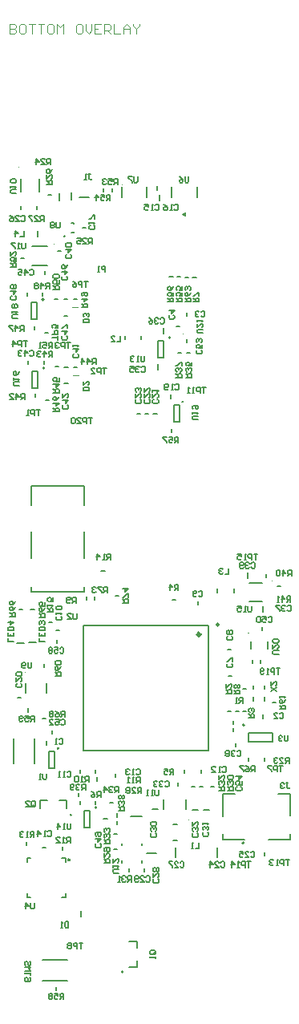
<source format=gbo>
G04*
G04 #@! TF.GenerationSoftware,Altium Limited,Altium Designer,21.3.1 (25)*
G04*
G04 Layer_Color=32896*
%FSLAX25Y25*%
%MOIN*%
G70*
G04*
G04 #@! TF.SameCoordinates,17E3FC6B-7FA6-4A94-9312-BAE076C6F9B9*
G04*
G04*
G04 #@! TF.FilePolarity,Positive*
G04*
G01*
G75*
%ADD10C,0.00591*%
%ADD11C,0.00394*%
%ADD12C,0.00787*%
%ADD39C,0.00984*%
%ADD40C,0.01181*%
G36*
X538953Y711472D02*
Y710116D01*
X537428Y710794D01*
X538953Y711472D01*
D02*
G37*
D10*
X565366Y536741D02*
G03*
X565366Y536741I-197J0D01*
G01*
X480110Y675396D02*
G03*
X480110Y675396I-394J0D01*
G01*
X488902Y701723D02*
G03*
X488902Y701723I-264J0D01*
G01*
X563480Y498431D02*
G03*
X563480Y498431I-394J0D01*
G01*
X563263Y449564D02*
G03*
X563263Y449564I-358J0D01*
G01*
X491630Y461128D02*
G03*
X491630Y461128I-295J0D01*
G01*
X532772Y659553D02*
G03*
X532772Y659553I-394J0D01*
G01*
X502063Y464278D02*
G03*
X502063Y464278I-394J0D01*
G01*
X480409Y646955D02*
G03*
X480409Y646955I-394J0D01*
G01*
X513075Y395894D02*
G03*
X513075Y395894I-295J0D01*
G01*
X468736Y532705D02*
X471736D01*
X473854Y532804D02*
X476854D01*
X535319Y664201D02*
X536697D01*
X539551Y668631D02*
Y670009D01*
Y657607D02*
Y658985D01*
X549492Y472863D02*
X550870D01*
X538862Y684674D02*
X540240D01*
X542012D02*
X543390D01*
X567012Y524143D02*
Y525520D01*
X573169Y530241D02*
Y533237D01*
X566169Y530241D02*
Y533237D01*
X570358Y524143D02*
Y525520D01*
X571047Y538020D02*
Y539398D01*
X562878Y504359D02*
X564256D01*
X562878Y513414D02*
X564256D01*
X556579Y504359D02*
X557957D01*
X496823Y567853D02*
Y578876D01*
X474823Y567853D02*
Y578876D01*
X496846Y589876D02*
Y597876D01*
X474799D02*
X496846D01*
X474799Y589876D02*
Y597876D01*
X479630Y553876D02*
X485823D01*
X496823D01*
Y555876D01*
X474823Y553876D02*
Y555876D01*
Y553876D02*
X477073D01*
X479630D01*
X512484Y448414D02*
Y449339D01*
Y441268D02*
Y442194D01*
X520949Y448414D02*
Y449339D01*
Y441268D02*
Y442194D01*
X475370Y697719D02*
X481669D01*
X475370Y689648D02*
X481669D01*
X539366Y463687D02*
Y467624D01*
X529917Y463687D02*
Y467624D01*
X474894Y674172D02*
X477256D01*
X474894Y667172D02*
X477256D01*
Y674172D01*
X474894Y667172D02*
Y674172D01*
X496421Y488018D02*
X548390D01*
X496421Y539987D02*
X548390D01*
X496421Y488018D02*
Y539987D01*
X548390Y488018D02*
Y539987D01*
X491630Y703156D02*
X492417D01*
Y703648D01*
X491630Y707290D02*
X492417D01*
Y706798D02*
Y707290D01*
X565075Y491443D02*
Y495380D01*
X575075Y491443D02*
Y495380D01*
X565075D02*
X575075D01*
X565075Y491443D02*
X575075D01*
X575083Y507981D02*
X576461D01*
X495457Y418926D02*
Y421288D01*
X467504Y482705D02*
Y492942D01*
X476165Y482705D02*
Y492942D01*
X534105Y624484D02*
Y631484D01*
X536468Y624484D02*
Y631484D01*
X534105Y624484D02*
X536468D01*
X534105Y631484D02*
X536468D01*
X512398Y717782D02*
Y722113D01*
X523028Y717782D02*
Y722113D01*
X472622Y511839D02*
Y515776D01*
X481284Y511839D02*
Y515776D01*
X567110Y513414D02*
Y514989D01*
X571835Y508690D02*
Y510264D01*
X567110Y508690D02*
Y510264D01*
X571835Y513414D02*
Y514989D01*
X478343Y720183D02*
Y725695D01*
X470469Y720183D02*
Y725695D01*
X565656Y557520D02*
X570774D01*
X565656Y550040D02*
X570774D01*
X559113Y553725D02*
Y555300D01*
X552341Y553725D02*
Y555300D01*
X477520Y701502D02*
Y703864D01*
X494846Y717821D02*
X498846D01*
X552118Y443698D02*
Y447698D01*
X564951Y559686D02*
Y562048D01*
X469177Y509871D02*
X470555D01*
X582406Y451064D02*
Y453371D01*
X573406Y451064D02*
X582406D01*
Y460851D02*
Y470064D01*
X577406D02*
X582406D01*
X554406Y460556D02*
Y470064D01*
X559406D01*
X554406Y451064D02*
Y453371D01*
Y451064D02*
X563406D01*
X473099Y443089D02*
X474673D01*
X473099Y441514D02*
Y443089D01*
X473099Y426947D02*
Y428522D01*
Y426947D02*
X474673D01*
X487665D02*
X489240D01*
Y428522D01*
X489240Y441514D02*
Y443089D01*
X487665D02*
X489240D01*
X481099Y490361D02*
Y491739D01*
X571256Y501384D02*
Y502762D01*
X558843Y498946D02*
Y500324D01*
Y495796D02*
Y497174D01*
X556787Y519002D02*
X558165D01*
X556394Y530026D02*
X557772D01*
X544276Y548552D02*
Y549930D01*
X485319Y537824D02*
X486697D01*
X495063Y478473D02*
Y479851D01*
X545665Y478549D02*
Y479927D01*
X479413Y447666D02*
X480791D01*
X527162Y721069D02*
Y722447D01*
X528343Y716640D02*
Y719002D01*
X525685Y628057D02*
X527063D01*
X522142D02*
X523520D01*
X518992D02*
X520370D01*
X571835Y444221D02*
Y445599D01*
X470469Y712802D02*
Y714180D01*
X534827Y443698D02*
Y447698D01*
X522984Y445304D02*
X526984D01*
X521835Y437528D02*
Y438906D01*
X525193Y463687D02*
X527555D01*
X546453Y463294D02*
X548815D01*
X541728D02*
X544091D01*
X535823Y473235D02*
Y474613D01*
X495063Y465481D02*
Y466859D01*
X527555Y646168D02*
Y648530D01*
X529917Y661128D02*
Y663490D01*
X571349Y545513D02*
Y547875D01*
X488677Y647349D02*
X490055D01*
X488677Y640656D02*
X490055D01*
X473618Y648628D02*
Y650006D01*
X480520Y685994D02*
Y687372D01*
X488386Y675672D02*
X489764D01*
X488386Y668672D02*
X489764D01*
X473075Y676983D02*
Y678361D01*
X533992Y457231D02*
X535567D01*
X533992Y450459D02*
X535567D01*
X520705Y658766D02*
Y660341D01*
X513933Y658766D02*
Y660341D01*
X489465Y463983D02*
Y467329D01*
X486709D02*
X489465D01*
X478638Y463983D02*
Y467329D01*
X481394D01*
X559728Y504359D02*
X561106D01*
X533559Y550498D02*
X534937D01*
X538579Y478549D02*
Y479927D01*
X497819Y550520D02*
Y551898D01*
X502358Y475400D02*
Y476778D01*
X510024Y476898D02*
Y478276D01*
X487976Y446583D02*
Y447961D01*
X473016Y448552D02*
Y449930D01*
X504032Y562703D02*
X505409D01*
X482169Y541367D02*
X483547D01*
X496158Y705223D02*
X497536D01*
X481984Y719002D02*
X483362D01*
X477162Y712802D02*
Y714180D01*
X509331Y446806D02*
X510709D01*
X544976Y472743D02*
X546354D01*
X515535Y437528D02*
Y438906D01*
X541433Y472743D02*
X542811D01*
X509335Y453178D02*
X510713D01*
X507563Y466170D02*
X508941D01*
X539465Y653254D02*
X540843D01*
X510417Y457213D02*
Y458591D01*
X535921Y653254D02*
X537299D01*
X510417Y460363D02*
Y461741D01*
X494669Y469024D02*
Y470402D01*
X572530Y559784D02*
Y561162D01*
X577051Y556327D02*
X578429D01*
X476469Y634738D02*
Y636117D01*
X480232Y648628D02*
Y650006D01*
X492614Y647349D02*
X493992D01*
X484780Y647428D02*
X486158D01*
X480780Y633427D02*
X482158D01*
X476075Y662983D02*
Y664361D01*
X479421Y676983D02*
Y678361D01*
X492386Y675672D02*
X493764D01*
X484386D02*
X485764D01*
X480386Y661672D02*
X481764D01*
X470579Y692416D02*
X471957D01*
X482280Y480463D02*
Y487463D01*
X484642Y480463D02*
Y487463D01*
X482280Y480463D02*
X484642D01*
X482280Y487463D02*
X484642D01*
X543988Y717912D02*
Y722242D01*
X533358Y717912D02*
Y722242D01*
X527555Y651329D02*
Y658329D01*
X529917Y651329D02*
Y658329D01*
X527555Y651329D02*
X529917D01*
X527555Y658329D02*
X529917D01*
X496846Y456053D02*
Y463054D01*
X499209Y456053D02*
Y463054D01*
X496846Y456053D02*
X499209D01*
X496846Y463054D02*
X499209D01*
X475193Y645731D02*
X477555D01*
X475193Y638731D02*
X477555D01*
Y645731D01*
X475193Y638731D02*
Y645731D01*
X485831Y695683D02*
X487209D01*
X508449Y720205D02*
Y721583D01*
X504906Y720205D02*
Y721583D01*
X535528Y684750D02*
X536905D01*
X532378D02*
X533756D01*
X505004Y459477D02*
X506382D01*
X532887Y634395D02*
Y635773D01*
X533067Y620282D02*
Y621660D01*
X560024Y489497D02*
Y490875D01*
X501362Y550520D02*
Y551898D01*
X509937Y552073D02*
X511315D01*
X501571Y478549D02*
Y479927D01*
X485614Y532410D02*
Y533788D01*
X485220Y388316D02*
Y389694D01*
X501657Y465481D02*
Y466859D01*
X474689Y546485D02*
X476067D01*
X469965D02*
X471343D01*
X571835Y483591D02*
Y484969D01*
X479709Y400816D02*
X489945D01*
X479709Y392154D02*
X489945D01*
X565142Y483591D02*
Y484969D01*
X483646Y495009D02*
Y496387D01*
X479413Y501209D02*
X480791D01*
X473410Y504064D02*
Y505442D01*
X480102Y522568D02*
Y523946D01*
X518980Y405835D02*
Y408591D01*
X515634D02*
X518980D01*
Y397764D02*
Y400520D01*
X515634Y397764D02*
X518980D01*
X561992Y472863D02*
X562386Y472470D01*
Y471683D01*
X561992Y471289D01*
X560418D01*
X560024Y471683D01*
Y472470D01*
X560418Y472863D01*
X562386Y475225D02*
Y473651D01*
X561205D01*
X561598Y474438D01*
Y474831D01*
X561205Y475225D01*
X560418D01*
X560024Y474831D01*
Y474044D01*
X560418Y473651D01*
X560024Y477193D02*
X562386D01*
X561205Y476012D01*
Y477586D01*
X546244Y661447D02*
X544276D01*
X543882Y661840D01*
Y662627D01*
X544276Y663021D01*
X546244D01*
X543882Y665382D02*
Y663808D01*
X545457Y665382D01*
X545850D01*
X546244Y664989D01*
Y664201D01*
X545850Y663808D01*
X543882Y666169D02*
Y666957D01*
Y666563D01*
X546244D01*
X545850Y666169D01*
X538764Y674439D02*
X541126D01*
Y675620D01*
X540732Y676013D01*
X539945D01*
X539551Y675620D01*
Y674439D01*
Y675226D02*
X538764Y676013D01*
X541126Y678374D02*
X540732Y677587D01*
X539945Y676800D01*
X539158D01*
X538764Y677194D01*
Y677981D01*
X539158Y678374D01*
X539551D01*
X539945Y677981D01*
Y676800D01*
X540732Y679162D02*
X541126Y679555D01*
Y680342D01*
X540732Y680736D01*
X540339D01*
X539945Y680342D01*
Y679949D01*
Y680342D01*
X539551Y680736D01*
X539158D01*
X538764Y680342D01*
Y679555D01*
X539158Y679162D01*
X542308Y674438D02*
X544669D01*
Y675619D01*
X544275Y676013D01*
X543488D01*
X543095Y675619D01*
Y674438D01*
Y675225D02*
X542308Y676013D01*
X544669Y676800D02*
Y678374D01*
X544275D01*
X542701Y676800D01*
X542308D01*
X545457Y654359D02*
X545850Y653966D01*
Y653179D01*
X545457Y652785D01*
X543882D01*
X543489Y653179D01*
Y653966D01*
X543882Y654359D01*
X545850Y656721D02*
Y655147D01*
X544669D01*
X545063Y655934D01*
Y656327D01*
X544669Y656721D01*
X543882D01*
X543489Y656327D01*
Y655540D01*
X543882Y655147D01*
X545457Y657508D02*
X545850Y657902D01*
Y658689D01*
X545457Y659082D01*
X545063D01*
X544669Y658689D01*
Y658295D01*
Y658689D01*
X544276Y659082D01*
X543882D01*
X543489Y658689D01*
Y657902D01*
X543882Y657508D01*
X534039Y668926D02*
X534433Y668533D01*
Y667745D01*
X534039Y667352D01*
X532465D01*
X532071Y667745D01*
Y668533D01*
X532465Y668926D01*
X532071Y670894D02*
X534433D01*
X533252Y669713D01*
Y671287D01*
X545457Y670107D02*
X545850Y670500D01*
X546637D01*
X547031Y670107D01*
Y668533D01*
X546637Y668139D01*
X545850D01*
X545457Y668533D01*
X544669Y670107D02*
X544276Y670500D01*
X543489D01*
X543095Y670107D01*
Y669713D01*
X543489Y669320D01*
X543882D01*
X543489D01*
X543095Y668926D01*
Y668533D01*
X543489Y668139D01*
X544276D01*
X544669Y668533D01*
X500180Y626307D02*
X498605D01*
X499393D01*
Y623946D01*
X497818D02*
Y626307D01*
X496638D01*
X496244Y625914D01*
Y625127D01*
X496638Y624733D01*
X497818D01*
X493883Y623946D02*
X495457D01*
X493883Y625520D01*
Y625914D01*
X494276Y626307D01*
X495063D01*
X495457Y625914D01*
X493095D02*
X492702Y626307D01*
X491915D01*
X491521Y625914D01*
Y624340D01*
X491915Y623946D01*
X492702D01*
X493095Y624340D01*
Y625914D01*
X578329Y522075D02*
X576755D01*
X577542D01*
Y519714D01*
X575968D02*
Y522075D01*
X574787D01*
X574394Y521682D01*
Y520894D01*
X574787Y520501D01*
X575968D01*
X573606Y519714D02*
X572819D01*
X573213D01*
Y522075D01*
X573606Y521682D01*
X571639Y520107D02*
X571245Y519714D01*
X570458D01*
X570064Y520107D01*
Y521682D01*
X570458Y522075D01*
X571245D01*
X571639Y521682D01*
Y521288D01*
X571245Y520894D01*
X570064D01*
X577740Y527982D02*
X575772D01*
X575378Y528376D01*
Y529163D01*
X575772Y529556D01*
X577740D01*
X575378Y531918D02*
Y530343D01*
X576953Y531918D01*
X577346D01*
X577740Y531524D01*
Y530737D01*
X577346Y530343D01*
Y532705D02*
X577740Y533099D01*
Y533886D01*
X577346Y534279D01*
X575772D01*
X575378Y533886D01*
Y533099D01*
X575772Y532705D01*
X577346D01*
X573409Y543138D02*
X573803Y543532D01*
X574590D01*
X574983Y543138D01*
Y541564D01*
X574590Y541170D01*
X573803D01*
X573409Y541564D01*
X571047Y543532D02*
X572622D01*
Y542351D01*
X571835Y542745D01*
X571441D01*
X571047Y542351D01*
Y541564D01*
X571441Y541170D01*
X572228D01*
X572622Y541564D01*
X570260Y543138D02*
X569867Y543532D01*
X569080D01*
X568686Y543138D01*
Y541564D01*
X569080Y541170D01*
X569867D01*
X570260Y541564D01*
Y543138D01*
X553692Y441367D02*
X554086Y441760D01*
X554873D01*
X555267Y441367D01*
Y439792D01*
X554873Y439399D01*
X554086D01*
X553692Y439792D01*
X551331Y439399D02*
X552905D01*
X551331Y440973D01*
Y441367D01*
X551725Y441760D01*
X552512D01*
X552905Y441367D01*
X549363Y439399D02*
Y441760D01*
X550544Y440580D01*
X548970D01*
X526165Y403178D02*
X524591D01*
X524197Y403572D01*
Y404359D01*
X524591Y404752D01*
X526165D01*
X526559Y404359D01*
Y403572D01*
X525772Y403965D02*
X526559Y403178D01*
Y403572D02*
X526165Y403178D01*
X526559Y402391D02*
Y401604D01*
Y401997D01*
X524197D01*
X524591Y402391D01*
X578134Y505147D02*
X580496D01*
Y506328D01*
X580102Y506722D01*
X579315D01*
X578921Y506328D01*
Y505147D01*
Y505934D02*
X578134Y506722D01*
X580496Y509083D02*
X580102Y508296D01*
X579315Y507509D01*
X578528D01*
X578134Y507902D01*
Y508689D01*
X578528Y509083D01*
X578921D01*
X579315Y508689D01*
Y507509D01*
X578134Y509870D02*
Y510657D01*
Y510264D01*
X580496D01*
X580102Y509870D01*
X474984Y524437D02*
Y522470D01*
X474590Y522076D01*
X473803D01*
X473409Y522470D01*
Y524437D01*
X472622Y522470D02*
X472229Y522076D01*
X471442D01*
X471048Y522470D01*
Y524044D01*
X471442Y524437D01*
X472229D01*
X472622Y524044D01*
Y523650D01*
X472229Y523257D01*
X471048D01*
X484827Y518927D02*
X487189D01*
Y520108D01*
X486795Y520501D01*
X486008D01*
X485614Y520108D01*
Y518927D01*
Y519714D02*
X484827Y520501D01*
X487189Y522863D02*
X486795Y522076D01*
X486008Y521288D01*
X485221D01*
X484827Y521682D01*
Y522469D01*
X485221Y522863D01*
X485614D01*
X486008Y522469D01*
Y521288D01*
X486795Y523650D02*
X487189Y524043D01*
Y524830D01*
X486795Y525224D01*
X485221D01*
X484827Y524830D01*
Y524043D01*
X485221Y523650D01*
X486795D01*
X476164Y500029D02*
Y502390D01*
X474984D01*
X474590Y501997D01*
Y501209D01*
X474984Y500816D01*
X476164D01*
X475377D02*
X474590Y500029D01*
X472229Y502390D02*
X473803D01*
Y501209D01*
X473016Y501603D01*
X472622D01*
X472229Y501209D01*
Y500422D01*
X472622Y500029D01*
X473409D01*
X473803Y500422D01*
X471442D02*
X471048Y500029D01*
X470261D01*
X469867Y500422D01*
Y501997D01*
X470261Y502390D01*
X471048D01*
X471442Y501997D01*
Y501603D01*
X471048Y501209D01*
X469867D01*
X470653Y515777D02*
X471047Y515383D01*
Y514596D01*
X470653Y514202D01*
X469079D01*
X468685Y514596D01*
Y515383D01*
X469079Y515777D01*
X468685Y518138D02*
Y516564D01*
X470260Y518138D01*
X470653D01*
X471047Y517745D01*
Y516958D01*
X470653Y516564D01*
Y518925D02*
X471047Y519319D01*
Y520106D01*
X470653Y520500D01*
X469079D01*
X468685Y520106D01*
Y519319D01*
X469079Y518925D01*
X470653D01*
X568979Y569615D02*
X567405D01*
X568192D01*
Y567253D01*
X566618D02*
Y569615D01*
X565437D01*
X565043Y569221D01*
Y568434D01*
X565437Y568040D01*
X566618D01*
X564256Y567253D02*
X563469D01*
X563863D01*
Y569615D01*
X564256Y569221D01*
X560714Y569615D02*
X562288D01*
Y568434D01*
X561501Y568827D01*
X561107D01*
X560714Y568434D01*
Y567647D01*
X561107Y567253D01*
X561895D01*
X562288Y567647D01*
X566125Y441760D02*
X564550D01*
X565338D01*
Y439399D01*
X563763D02*
Y441760D01*
X562582D01*
X562189Y441367D01*
Y440580D01*
X562582Y440186D01*
X563763D01*
X561402Y439399D02*
X560615D01*
X561008D01*
Y441760D01*
X561402Y441367D01*
X558253Y439399D02*
Y441760D01*
X559434Y440580D01*
X557860D01*
X582266Y442548D02*
X580692D01*
X581479D01*
Y440186D01*
X579905D02*
Y442548D01*
X578724D01*
X578331Y442154D01*
Y441367D01*
X578724Y440973D01*
X579905D01*
X577543Y440186D02*
X576756D01*
X577150D01*
Y442548D01*
X577543Y442154D01*
X575576D02*
X575182Y442548D01*
X574395D01*
X574001Y442154D01*
Y441760D01*
X574395Y441367D01*
X574789D01*
X574395D01*
X574001Y440973D01*
Y440580D01*
X574395Y440186D01*
X575182D01*
X575576Y440580D01*
X547424Y638906D02*
X545850D01*
X546637D01*
Y636544D01*
X545063D02*
Y638906D01*
X543882D01*
X543488Y638512D01*
Y637725D01*
X543882Y637332D01*
X545063D01*
X542701Y636544D02*
X541914D01*
X542308D01*
Y638906D01*
X542701Y638512D01*
X540733Y636544D02*
X539946D01*
X540340D01*
Y638906D01*
X540733Y638512D01*
X496342Y408000D02*
X494767D01*
X495554D01*
Y405639D01*
X493980D02*
Y408000D01*
X492799D01*
X492406Y407607D01*
Y406820D01*
X492799Y406426D01*
X493980D01*
X491619Y407607D02*
X491225Y408000D01*
X490438D01*
X490044Y407607D01*
Y407213D01*
X490438Y406820D01*
X490044Y406426D01*
Y406033D01*
X490438Y405639D01*
X491225D01*
X491619Y406033D01*
Y406426D01*
X491225Y406820D01*
X491619Y407213D01*
Y407607D01*
X491225Y406820D02*
X490438D01*
X488763Y501997D02*
Y504359D01*
X487582D01*
X487188Y503965D01*
Y503178D01*
X487582Y502784D01*
X488763D01*
X487976D02*
X487188Y501997D01*
X484827Y504359D02*
X485614Y503965D01*
X486401Y503178D01*
Y502391D01*
X486008Y501997D01*
X485221D01*
X484827Y502391D01*
Y502784D01*
X485221Y503178D01*
X486401D01*
X484040Y503965D02*
X483646Y504359D01*
X482859D01*
X482466Y503965D01*
Y503572D01*
X482859Y503178D01*
X482466Y502784D01*
Y502391D01*
X482859Y501997D01*
X483646D01*
X484040Y502391D01*
Y502784D01*
X483646Y503178D01*
X484040Y503572D01*
Y503965D01*
X483646Y503178D02*
X482859D01*
X487188Y500422D02*
X487582Y500815D01*
X488369D01*
X488763Y500422D01*
Y498847D01*
X488369Y498454D01*
X487582D01*
X487188Y498847D01*
X484827Y500815D02*
X486401D01*
Y499635D01*
X485614Y500028D01*
X485221D01*
X484827Y499635D01*
Y498847D01*
X485221Y498454D01*
X486008D01*
X486401Y498847D01*
X482466Y498454D02*
X484040D01*
X482466Y500028D01*
Y500422D01*
X482859Y500815D01*
X483646D01*
X484040Y500422D01*
X567897Y479163D02*
Y481524D01*
X566716D01*
X566322Y481130D01*
Y480343D01*
X566716Y479950D01*
X567897D01*
X567109D02*
X566322Y479163D01*
X563961Y481524D02*
X564748Y481130D01*
X565535Y480343D01*
Y479556D01*
X565142Y479163D01*
X564355D01*
X563961Y479556D01*
Y479950D01*
X564355Y480343D01*
X565535D01*
X563174Y481524D02*
X561599D01*
Y481130D01*
X563174Y479556D01*
Y479163D01*
X472622Y398650D02*
X472229Y399043D01*
Y399830D01*
X472622Y400224D01*
X473016D01*
X473410Y399830D01*
Y399043D01*
X473803Y398650D01*
X474197D01*
X474590Y399043D01*
Y399830D01*
X474197Y400224D01*
X472229Y397862D02*
X474590D01*
X473803Y397075D01*
X474590Y396288D01*
X472229D01*
X474590Y395501D02*
Y394714D01*
Y395107D01*
X472229D01*
X472622Y395501D01*
X474197Y393533D02*
X474590Y393140D01*
Y392352D01*
X474197Y391959D01*
X472622D01*
X472229Y392352D01*
Y393140D01*
X472622Y393533D01*
X473016D01*
X473410Y393140D01*
Y391959D01*
X582070Y482706D02*
Y485067D01*
X580889D01*
X580496Y484674D01*
Y483886D01*
X580889Y483493D01*
X582070D01*
X581283D02*
X580496Y482706D01*
X578134D02*
X579708D01*
X578134Y484280D01*
Y484674D01*
X578528Y485067D01*
X579315D01*
X579708Y484674D01*
X577347D02*
X576953Y485067D01*
X576166D01*
X575773Y484674D01*
Y484280D01*
X576166Y483886D01*
X576560D01*
X576166D01*
X575773Y483493D01*
Y483099D01*
X576166Y482706D01*
X576953D01*
X577347Y483099D01*
X465930Y543730D02*
X468291D01*
Y544911D01*
X467897Y545304D01*
X467110D01*
X466717Y544911D01*
Y543730D01*
Y544517D02*
X465930Y545304D01*
X468291Y547666D02*
X467897Y546879D01*
X467110Y546092D01*
X466323D01*
X465930Y546485D01*
Y547272D01*
X466323Y547666D01*
X466717D01*
X467110Y547272D01*
Y546092D01*
X468291Y550027D02*
X467897Y549240D01*
X467110Y548453D01*
X466323D01*
X465930Y548847D01*
Y549634D01*
X466323Y550027D01*
X466717D01*
X467110Y549634D01*
Y548453D01*
X478134Y543336D02*
X480496D01*
Y544517D01*
X480102Y544911D01*
X479315D01*
X478921Y544517D01*
Y543336D01*
Y544124D02*
X478134Y544911D01*
X480496Y547272D02*
X480102Y546485D01*
X479315Y545698D01*
X478528D01*
X478134Y546091D01*
Y546879D01*
X478528Y547272D01*
X478921D01*
X479315Y546879D01*
Y545698D01*
X480496Y549634D02*
Y548059D01*
X479315D01*
X479709Y548846D01*
Y549240D01*
X479315Y549634D01*
X478528D01*
X478134Y549240D01*
Y548453D01*
X478528Y548059D01*
X467504Y533101D02*
X465142D01*
Y534675D01*
X467504Y537036D02*
Y535462D01*
X465142D01*
Y537036D01*
X466323Y535462D02*
Y536249D01*
X467504Y537823D02*
X465142D01*
Y539004D01*
X465536Y539398D01*
X467110D01*
X467504Y539004D01*
Y537823D01*
X465142Y541366D02*
X467504D01*
X466323Y540185D01*
Y541759D01*
X480496Y533101D02*
X478134D01*
Y534675D01*
X480496Y537036D02*
Y535462D01*
X478134D01*
Y537036D01*
X479315Y535462D02*
Y536249D01*
X480496Y537823D02*
X478134D01*
Y539004D01*
X478528Y539398D01*
X480102D01*
X480496Y539004D01*
Y537823D01*
X480102Y540185D02*
X480496Y540578D01*
Y541366D01*
X480102Y541759D01*
X479709D01*
X479315Y541366D01*
Y540972D01*
Y541366D01*
X478921Y541759D01*
X478528D01*
X478134Y541366D01*
Y540578D01*
X478528Y540185D01*
X503724Y468533D02*
Y470894D01*
X502543D01*
X502149Y470501D01*
Y469713D01*
X502543Y469320D01*
X503724D01*
X502937D02*
X502149Y468533D01*
X499788Y470894D02*
X500575Y470501D01*
X501362Y469713D01*
Y468926D01*
X500969Y468533D01*
X500182D01*
X499788Y468926D01*
Y469320D01*
X500182Y469713D01*
X501362D01*
X527936Y471681D02*
Y469714D01*
X527543Y469320D01*
X526756D01*
X526362Y469714D01*
Y471681D01*
X525575Y469320D02*
X524788D01*
X525181D01*
Y471681D01*
X525575Y471288D01*
X523607Y469320D02*
X522820D01*
X523213D01*
Y471681D01*
X523607Y471288D01*
X488369Y384674D02*
Y387036D01*
X487188D01*
X486795Y386642D01*
Y385855D01*
X487188Y385461D01*
X488369D01*
X487582D02*
X486795Y384674D01*
X484433Y387036D02*
X486008D01*
Y385855D01*
X485220Y386249D01*
X484827D01*
X484433Y385855D01*
Y385068D01*
X484827Y384674D01*
X485614D01*
X486008Y385068D01*
X483646Y386642D02*
X483253Y387036D01*
X482466D01*
X482072Y386642D01*
Y386249D01*
X482466Y385855D01*
X482072Y385461D01*
Y385068D01*
X482466Y384674D01*
X483253D01*
X483646Y385068D01*
Y385461D01*
X483253Y385855D01*
X483646Y386249D01*
Y386642D01*
X483253Y385855D02*
X482466D01*
X486795Y530343D02*
X487188Y530737D01*
X487976D01*
X488369Y530343D01*
Y528769D01*
X487976Y528375D01*
X487188D01*
X486795Y528769D01*
X484433Y530737D02*
X486008D01*
Y529556D01*
X485220Y529949D01*
X484827D01*
X484433Y529556D01*
Y528769D01*
X484827Y528375D01*
X485614D01*
X486008Y528769D01*
X483646Y530343D02*
X483253Y530737D01*
X482466D01*
X482072Y530343D01*
Y529949D01*
X482466Y529556D01*
X482072Y529162D01*
Y528769D01*
X482466Y528375D01*
X483253D01*
X483646Y528769D01*
Y529162D01*
X483253Y529556D01*
X483646Y529949D01*
Y530343D01*
X483253Y529556D02*
X482466D01*
X518488Y479949D02*
X518881Y480343D01*
X519668D01*
X520062Y479949D01*
Y478375D01*
X519668Y477981D01*
X518881D01*
X518488Y478375D01*
X517701Y477981D02*
X516914D01*
X517307D01*
Y480343D01*
X517701Y479949D01*
X515733D02*
X515339Y480343D01*
X514552D01*
X514158Y479949D01*
Y479556D01*
X514552Y479162D01*
X514946D01*
X514552D01*
X514158Y478769D01*
Y478375D01*
X514552Y477981D01*
X515339D01*
X515733Y478375D01*
X512780Y549242D02*
X515141D01*
Y550423D01*
X514748Y550816D01*
X513961D01*
X513567Y550423D01*
Y549242D01*
Y550029D02*
X512780Y550816D01*
X515141Y551603D02*
Y553178D01*
X514748D01*
X513173Y551603D01*
X512780D01*
Y555146D02*
X515141D01*
X513961Y553965D01*
Y555539D01*
X506479Y553572D02*
Y555933D01*
X505299D01*
X504905Y555540D01*
Y554753D01*
X505299Y554359D01*
X506479D01*
X505692D02*
X504905Y553572D01*
X504118Y555933D02*
X502544D01*
Y555540D01*
X504118Y553966D01*
Y553572D01*
X501756Y555540D02*
X501363Y555933D01*
X500576D01*
X500182Y555540D01*
Y555146D01*
X500576Y554753D01*
X500969D01*
X500576D01*
X500182Y554359D01*
Y553966D01*
X500576Y553572D01*
X501363D01*
X501756Y553966D01*
X579499Y481448D02*
X577925D01*
X578712D01*
Y479086D01*
X577138D02*
Y481448D01*
X575957D01*
X575563Y481054D01*
Y480267D01*
X575957Y479873D01*
X577138D01*
X574776Y481448D02*
X573202D01*
Y481054D01*
X574776Y479480D01*
Y479086D01*
X560417Y487430D02*
X560810Y487823D01*
X561598D01*
X561991Y487430D01*
Y485855D01*
X561598Y485462D01*
X560810D01*
X560417Y485855D01*
X559630Y487430D02*
X559236Y487823D01*
X558449D01*
X558055Y487430D01*
Y487036D01*
X558449Y486643D01*
X558843D01*
X558449D01*
X558055Y486249D01*
Y485855D01*
X558449Y485462D01*
X559236D01*
X559630Y485855D01*
X557268Y487430D02*
X556875Y487823D01*
X556087D01*
X555694Y487430D01*
Y487036D01*
X556087Y486643D01*
X555694Y486249D01*
Y485855D01*
X556087Y485462D01*
X556875D01*
X557268Y485855D01*
Y486249D01*
X556875Y486643D01*
X557268Y487036D01*
Y487430D01*
X556875Y486643D02*
X556087D01*
X544275Y625423D02*
X542307D01*
X541914Y625816D01*
Y626604D01*
X542307Y626997D01*
X544275D01*
X541914Y627784D02*
Y628572D01*
Y628178D01*
X544275D01*
X543882Y627784D01*
X542307Y629752D02*
X541914Y630146D01*
Y630933D01*
X542307Y631326D01*
X543882D01*
X544275Y630933D01*
Y630146D01*
X543882Y629752D01*
X543488D01*
X543094Y630146D01*
Y631326D01*
X536007Y615777D02*
Y618138D01*
X534826D01*
X534433Y617745D01*
Y616957D01*
X534826Y616564D01*
X536007D01*
X535220D02*
X534433Y615777D01*
X532071Y618138D02*
X533645D01*
Y616957D01*
X532858Y617351D01*
X532465D01*
X532071Y616957D01*
Y616170D01*
X532465Y615777D01*
X533252D01*
X533645Y616170D01*
X531284Y618138D02*
X529710D01*
Y617745D01*
X531284Y616170D01*
Y615777D01*
X534629Y639792D02*
X535023Y640185D01*
X535810D01*
X536204Y639792D01*
Y638217D01*
X535810Y637824D01*
X535023D01*
X534629Y638217D01*
X533842Y637824D02*
X533055D01*
X533449D01*
Y640185D01*
X533842Y639792D01*
X531875Y638217D02*
X531481Y637824D01*
X530694D01*
X530300Y638217D01*
Y639792D01*
X530694Y640185D01*
X531481D01*
X531875Y639792D01*
Y639398D01*
X531481Y639005D01*
X530300D01*
X505692Y687037D02*
Y689398D01*
X504512D01*
X504118Y689004D01*
Y688217D01*
X504512Y687824D01*
X505692D01*
X503331Y687037D02*
X502544D01*
X502937D01*
Y689398D01*
X503331Y689004D01*
X503429Y449241D02*
X503823Y448848D01*
Y448061D01*
X503429Y447667D01*
X501855D01*
X501461Y448061D01*
Y448848D01*
X501855Y449241D01*
X501461Y451209D02*
X503823D01*
X502642Y450029D01*
Y451603D01*
X501855Y452390D02*
X501461Y452784D01*
Y453571D01*
X501855Y453964D01*
X503429D01*
X503823Y453571D01*
Y452784D01*
X503429Y452390D01*
X503035D01*
X502642Y452784D01*
Y453964D01*
X531678Y674439D02*
X534039D01*
Y675620D01*
X533645Y676013D01*
X532858D01*
X532465Y675620D01*
Y674439D01*
Y675226D02*
X531678Y676013D01*
X534039Y678374D02*
Y676800D01*
X532858D01*
X533252Y677587D01*
Y677981D01*
X532858Y678374D01*
X532071D01*
X531678Y677981D01*
Y677194D01*
X532071Y676800D01*
X534039Y680736D02*
X533645Y679949D01*
X532858Y679162D01*
X532071D01*
X531678Y679555D01*
Y680342D01*
X532071Y680736D01*
X532465D01*
X532858Y680342D01*
Y679162D01*
X535221Y674439D02*
X537582D01*
Y675620D01*
X537189Y676013D01*
X536402D01*
X536008Y675620D01*
Y674439D01*
Y675226D02*
X535221Y676013D01*
X537582Y678374D02*
Y676800D01*
X536402D01*
X536795Y677587D01*
Y677981D01*
X536402Y678374D01*
X535614D01*
X535221Y677981D01*
Y677194D01*
X535614Y676800D01*
X537582Y680736D02*
Y679162D01*
X536402D01*
X536795Y679949D01*
Y680342D01*
X536402Y680736D01*
X535614D01*
X535221Y680342D01*
Y679555D01*
X535614Y679162D01*
X507660Y716564D02*
Y718926D01*
X506480D01*
X506086Y718532D01*
Y717745D01*
X506480Y717351D01*
X507660D01*
X506873D02*
X506086Y716564D01*
X503725Y718926D02*
X505299D01*
Y717745D01*
X504512Y718138D01*
X504118D01*
X503725Y717745D01*
Y716958D01*
X504118Y716564D01*
X504905D01*
X505299Y716958D01*
X501757Y716564D02*
Y718926D01*
X502938Y717745D01*
X501363D01*
X510810Y723257D02*
Y725619D01*
X509629D01*
X509236Y725225D01*
Y724438D01*
X509629Y724044D01*
X510810D01*
X510023D02*
X509236Y723257D01*
X506874Y725619D02*
X508449D01*
Y724438D01*
X507661Y724831D01*
X507268D01*
X506874Y724438D01*
Y723651D01*
X507268Y723257D01*
X508055D01*
X508449Y723651D01*
X506087Y725225D02*
X505694Y725619D01*
X504906D01*
X504513Y725225D01*
Y724831D01*
X504906Y724438D01*
X505300D01*
X504906D01*
X504513Y724044D01*
Y723651D01*
X504906Y723257D01*
X505694D01*
X506087Y723651D01*
X491126Y694123D02*
X491519Y693730D01*
Y692943D01*
X491126Y692549D01*
X489551D01*
X489158Y692943D01*
Y693730D01*
X489551Y694123D01*
X489158Y696091D02*
X491519D01*
X490339Y694910D01*
Y696485D01*
X491126Y697272D02*
X491519Y697665D01*
Y698453D01*
X491126Y698846D01*
X489551D01*
X489158Y698453D01*
Y697665D01*
X489551Y697272D01*
X491126D01*
X576952Y512627D02*
X574591Y514202D01*
X576952D02*
X574591Y512627D01*
Y516563D02*
Y514989D01*
X576165Y516563D01*
X576559D01*
X576952Y516170D01*
Y515382D01*
X576559Y514989D01*
X469078Y667549D02*
X467110D01*
X466717Y667942D01*
Y668730D01*
X467110Y669123D01*
X469078D01*
X466717Y669910D02*
Y670697D01*
Y670304D01*
X469078D01*
X468685Y669910D01*
Y671878D02*
X469078Y672272D01*
Y673059D01*
X468685Y673453D01*
X468291D01*
X467898Y673059D01*
X467504Y673453D01*
X467110D01*
X466717Y673059D01*
Y672272D01*
X467110Y671878D01*
X467504D01*
X467898Y672272D01*
X468291Y671878D01*
X468685D01*
X467898Y672272D02*
Y673059D01*
X472424Y698847D02*
Y696879D01*
X472031Y696485D01*
X471243D01*
X470850Y696879D01*
Y698847D01*
X470063Y696485D02*
X469276D01*
X469669D01*
Y698847D01*
X470063Y698453D01*
X468095Y698847D02*
X466521D01*
Y698453D01*
X468095Y696879D01*
Y696485D01*
X469866Y639596D02*
X467898D01*
X467504Y639990D01*
Y640777D01*
X467898Y641171D01*
X469866D01*
X467504Y641958D02*
Y642745D01*
Y642351D01*
X469866D01*
X469472Y641958D01*
X469866Y645500D02*
X469472Y644713D01*
X468685Y643926D01*
X467898D01*
X467504Y644319D01*
Y645106D01*
X467898Y645500D01*
X468292D01*
X468685Y645106D01*
Y643926D01*
X566519Y548059D02*
Y546092D01*
X566125Y545698D01*
X565338D01*
X564945Y546092D01*
Y548059D01*
X564157Y545698D02*
X563370D01*
X563764D01*
Y548059D01*
X564157Y547666D01*
X560615Y548059D02*
X562189D01*
Y546879D01*
X561402Y547272D01*
X561009D01*
X560615Y546879D01*
Y546092D01*
X561009Y545698D01*
X561796D01*
X562189Y546092D01*
X491322Y457508D02*
Y455540D01*
X490928Y455147D01*
X490141D01*
X489748Y455540D01*
Y457508D01*
X488961Y455147D02*
X488173D01*
X488567D01*
Y457508D01*
X488961Y457115D01*
X485812Y455147D02*
Y457508D01*
X486993Y456327D01*
X485418D01*
X522031Y651996D02*
Y650029D01*
X521637Y649635D01*
X520850D01*
X520456Y650029D01*
Y651996D01*
X519669Y649635D02*
X518882D01*
X519276D01*
Y651996D01*
X519669Y651603D01*
X517701D02*
X517308Y651996D01*
X516521D01*
X516127Y651603D01*
Y651209D01*
X516521Y650816D01*
X516914D01*
X516521D01*
X516127Y650422D01*
Y650029D01*
X516521Y649635D01*
X517308D01*
X517701Y650029D01*
X511204Y437037D02*
X509236D01*
X508843Y437431D01*
Y438218D01*
X509236Y438611D01*
X511204D01*
X508843Y439398D02*
Y440186D01*
Y439792D01*
X511204D01*
X510811Y439398D01*
X508843Y442941D02*
Y441366D01*
X510417Y442941D01*
X510811D01*
X511204Y442547D01*
Y441760D01*
X510811Y441366D01*
X468685Y719517D02*
X466717D01*
X466323Y719911D01*
Y720698D01*
X466717Y721092D01*
X468685D01*
X466323Y721879D02*
Y722666D01*
Y722272D01*
X468685D01*
X468291Y721879D01*
Y723847D02*
X468685Y724240D01*
Y725028D01*
X468291Y725421D01*
X466717D01*
X466323Y725028D01*
Y724240D01*
X466717Y723847D01*
X468291D01*
X486795Y707508D02*
Y705540D01*
X486401Y705147D01*
X485614D01*
X485220Y705540D01*
Y707508D01*
X484433Y707115D02*
X484040Y707508D01*
X483252D01*
X482859Y707115D01*
Y706721D01*
X483252Y706327D01*
X482859Y705934D01*
Y705540D01*
X483252Y705147D01*
X484040D01*
X484433Y705540D01*
Y705934D01*
X484040Y706327D01*
X484433Y706721D01*
Y707115D01*
X484040Y706327D02*
X483252D01*
X519078Y726406D02*
Y724438D01*
X518685Y724044D01*
X517897D01*
X517504Y724438D01*
Y726406D01*
X516717D02*
X515142D01*
Y726012D01*
X516717Y724438D01*
Y724044D01*
X540338Y726406D02*
Y724438D01*
X539944Y724044D01*
X539157D01*
X538764Y724438D01*
Y726406D01*
X536402D02*
X537189Y726012D01*
X537977Y725225D01*
Y724438D01*
X537583Y724044D01*
X536796D01*
X536402Y724438D01*
Y724832D01*
X536796Y725225D01*
X537977D01*
X476165Y424437D02*
Y422470D01*
X475771Y422076D01*
X474984D01*
X474590Y422470D01*
Y424437D01*
X472623Y422076D02*
Y424437D01*
X473803Y423257D01*
X472229D01*
X581677Y494122D02*
Y492155D01*
X581283Y491761D01*
X580496D01*
X580102Y492155D01*
Y494122D01*
X579315Y493729D02*
X578922Y494122D01*
X578134D01*
X577741Y493729D01*
Y493335D01*
X578134Y492942D01*
X578528D01*
X578134D01*
X577741Y492548D01*
Y492155D01*
X578134Y491761D01*
X578922D01*
X579315Y492155D01*
X493881Y544910D02*
Y542942D01*
X493488Y542548D01*
X492701D01*
X492307Y542942D01*
Y544910D01*
X489946Y542548D02*
X491520D01*
X489946Y544123D01*
Y544516D01*
X490339Y544910D01*
X491126D01*
X491520Y544516D01*
X481283Y478374D02*
Y476406D01*
X480889Y476013D01*
X480102D01*
X479709Y476406D01*
Y478374D01*
X478922Y476013D02*
X478134D01*
X478528D01*
Y478374D01*
X478922Y477981D01*
X498397Y683022D02*
X496822D01*
X497610D01*
Y680661D01*
X496035D02*
Y683022D01*
X494854D01*
X494461Y682629D01*
Y681842D01*
X494854Y681448D01*
X496035D01*
X492100Y683022D02*
X492887Y682629D01*
X493674Y681842D01*
Y681054D01*
X493280Y680661D01*
X492493D01*
X492100Y681054D01*
Y681448D01*
X492493Y681842D01*
X493674D01*
X486007Y658691D02*
Y660265D01*
Y659478D01*
X483646D01*
Y661052D02*
X486007D01*
Y662233D01*
X485614Y662627D01*
X484827D01*
X484433Y662233D01*
Y661052D01*
X486007Y664988D02*
Y663414D01*
X484827D01*
X485220Y664201D01*
Y664594D01*
X484827Y664988D01*
X484040D01*
X483646Y664594D01*
Y663807D01*
X484040Y663414D01*
X473200Y658219D02*
X471626D01*
X472413D01*
Y655858D01*
X470838D02*
Y658219D01*
X469658D01*
X469264Y657826D01*
Y657038D01*
X469658Y656645D01*
X470838D01*
X467296Y655858D02*
Y658219D01*
X468477Y657038D01*
X466903D01*
X491125Y657508D02*
X489551D01*
X490338D01*
Y655147D01*
X488764D02*
Y657508D01*
X487583D01*
X487189Y657115D01*
Y656327D01*
X487583Y655934D01*
X488764D01*
X486402Y657115D02*
X486009Y657508D01*
X485221D01*
X484828Y657115D01*
Y656721D01*
X485221Y656327D01*
X485615D01*
X485221D01*
X484828Y655934D01*
Y655540D01*
X485221Y655147D01*
X486009D01*
X486402Y655540D01*
X506086Y646878D02*
X504511D01*
X505299D01*
Y644517D01*
X503724D02*
Y646878D01*
X502543D01*
X502150Y646485D01*
Y645698D01*
X502543Y645304D01*
X503724D01*
X499789Y644517D02*
X501363D01*
X499789Y646091D01*
Y646485D01*
X500182Y646878D01*
X500969D01*
X501363Y646485D01*
X478527Y629556D02*
X476952D01*
X477739D01*
Y627194D01*
X476165D02*
Y629556D01*
X474985D01*
X474591Y629162D01*
Y628375D01*
X474985Y627981D01*
X476165D01*
X473804Y627194D02*
X473017D01*
X473410D01*
Y629556D01*
X473804Y629162D01*
X466323Y689006D02*
X468685D01*
Y690186D01*
X468291Y690580D01*
X467504D01*
X467110Y690186D01*
Y689006D01*
Y689793D02*
X466323Y690580D01*
X468685Y692941D02*
Y691367D01*
X467504D01*
X467898Y692154D01*
Y692548D01*
X467504Y692941D01*
X466717D01*
X466323Y692548D01*
Y691761D01*
X466717Y691367D01*
X466323Y695303D02*
Y693729D01*
X467898Y695303D01*
X468291D01*
X468685Y694909D01*
Y694122D01*
X468291Y693729D01*
X483645Y655147D02*
Y657508D01*
X482464D01*
X482070Y657115D01*
Y656327D01*
X482464Y655934D01*
X483645D01*
X482858D02*
X482070Y655147D01*
X479709Y657508D02*
X481283D01*
Y656327D01*
X480496Y656721D01*
X480103D01*
X479709Y656327D01*
Y655540D01*
X480103Y655147D01*
X480890D01*
X481283Y655540D01*
X478922Y655147D02*
X478135D01*
X478528D01*
Y657508D01*
X478922Y657115D01*
X484040Y679557D02*
X486401D01*
Y680738D01*
X486008Y681131D01*
X485220D01*
X484827Y680738D01*
Y679557D01*
Y680344D02*
X484040Y681131D01*
X486401Y683493D02*
Y681918D01*
X485220D01*
X485614Y682705D01*
Y683099D01*
X485220Y683493D01*
X484433D01*
X484040Y683099D01*
Y682312D01*
X484433Y681918D01*
X486008Y684280D02*
X486401Y684673D01*
Y685461D01*
X486008Y685854D01*
X484433D01*
X484040Y685461D01*
Y684673D01*
X484433Y684280D01*
X486008D01*
X495851Y672077D02*
X498212D01*
Y673257D01*
X497819Y673651D01*
X497031D01*
X496638Y673257D01*
Y672077D01*
Y672864D02*
X495851Y673651D01*
Y675619D02*
X498212D01*
X497031Y674438D01*
Y676012D01*
X496244Y676799D02*
X495851Y677193D01*
Y677980D01*
X496244Y678374D01*
X497819D01*
X498212Y677980D01*
Y677193D01*
X497819Y676799D01*
X497425D01*
X497031Y677193D01*
Y678374D01*
X482464Y679950D02*
Y682311D01*
X481283D01*
X480889Y681918D01*
Y681131D01*
X481283Y680737D01*
X482464D01*
X481676D02*
X480889Y679950D01*
X478921D02*
Y682311D01*
X480102Y681131D01*
X478528D01*
X477741Y681918D02*
X477347Y682311D01*
X476560D01*
X476166Y681918D01*
Y681524D01*
X476560Y681131D01*
X476166Y680737D01*
Y680343D01*
X476560Y679950D01*
X477347D01*
X477741Y680343D01*
Y680737D01*
X477347Y681131D01*
X477741Y681524D01*
Y681918D01*
X477347Y681131D02*
X476560D01*
X471834Y662233D02*
Y664595D01*
X470653D01*
X470259Y664201D01*
Y663414D01*
X470653Y663021D01*
X471834D01*
X471046D02*
X470259Y662233D01*
X468292D02*
Y664595D01*
X469472Y663414D01*
X467898D01*
X467111Y664595D02*
X465536D01*
Y664201D01*
X467111Y662627D01*
Y662233D01*
X484040Y628769D02*
X486401D01*
Y629950D01*
X486008Y630344D01*
X485220D01*
X484827Y629950D01*
Y628769D01*
Y629557D02*
X484040Y630344D01*
Y632312D02*
X486401D01*
X485220Y631131D01*
Y632705D01*
X486401Y635067D02*
X486008Y634279D01*
X485220Y633492D01*
X484433D01*
X484040Y633886D01*
Y634673D01*
X484433Y635067D01*
X484827D01*
X485220Y634673D01*
Y633492D01*
X484040Y636644D02*
X486401D01*
Y637824D01*
X486008Y638218D01*
X485220D01*
X484827Y637824D01*
Y636644D01*
Y637431D02*
X484040Y638218D01*
Y640186D02*
X486401D01*
X485220Y639005D01*
Y640579D01*
X486401Y642941D02*
Y641366D01*
X485220D01*
X485614Y642154D01*
Y642547D01*
X485220Y642941D01*
X484433D01*
X484040Y642547D01*
Y641760D01*
X484433Y641366D01*
X501755Y648454D02*
Y650815D01*
X500574D01*
X500181Y650422D01*
Y649635D01*
X500574Y649241D01*
X501755D01*
X500968D02*
X500181Y648454D01*
X498213D02*
Y650815D01*
X499394Y649635D01*
X497819D01*
X495851Y648454D02*
Y650815D01*
X497032Y649635D01*
X495458D01*
X483645Y651604D02*
Y653965D01*
X482464D01*
X482070Y653571D01*
Y652784D01*
X482464Y652391D01*
X483645D01*
X482858D02*
X482070Y651604D01*
X480102D02*
Y653965D01*
X481283Y652784D01*
X479709D01*
X478922Y653571D02*
X478528Y653965D01*
X477741D01*
X477348Y653571D01*
Y653178D01*
X477741Y652784D01*
X478135D01*
X477741D01*
X477348Y652391D01*
Y651997D01*
X477741Y651604D01*
X478528D01*
X478922Y651997D01*
X472227Y633887D02*
Y636248D01*
X471047D01*
X470653Y635855D01*
Y635068D01*
X471047Y634674D01*
X472227D01*
X471440D02*
X470653Y633887D01*
X468685D02*
Y636248D01*
X469866Y635068D01*
X468292D01*
X465930Y633887D02*
X467505D01*
X465930Y635461D01*
Y635855D01*
X466324Y636248D01*
X467111D01*
X467505Y635855D01*
X582661Y549733D02*
Y552095D01*
X581480D01*
X581086Y551701D01*
Y550914D01*
X581480Y550521D01*
X582661D01*
X581873D02*
X581086Y549733D01*
X579118D02*
Y552095D01*
X580299Y550914D01*
X578725D01*
X577938Y549733D02*
X577150D01*
X577544D01*
Y552095D01*
X577938Y551701D01*
X583054Y560462D02*
Y562823D01*
X581873D01*
X581480Y562430D01*
Y561643D01*
X581873Y561249D01*
X583054D01*
X582267D02*
X581480Y560462D01*
X579512D02*
Y562823D01*
X580693Y561643D01*
X579118D01*
X578331Y562430D02*
X577938Y562823D01*
X577150D01*
X576757Y562430D01*
Y560855D01*
X577150Y560462D01*
X577938D01*
X578331Y560855D01*
Y562430D01*
X497399Y471500D02*
Y473861D01*
X496218D01*
X495824Y473467D01*
Y472680D01*
X496218Y472287D01*
X497399D01*
X496611D02*
X495824Y471500D01*
X495037Y473467D02*
X494644Y473861D01*
X493856D01*
X493463Y473467D01*
Y473074D01*
X493856Y472680D01*
X494250D01*
X493856D01*
X493463Y472287D01*
Y471893D01*
X493856Y471500D01*
X494644D01*
X495037Y471893D01*
X492676D02*
X492282Y471500D01*
X491495D01*
X491102Y471893D01*
Y473467D01*
X491495Y473861D01*
X492282D01*
X492676Y473467D01*
Y473074D01*
X492282Y472680D01*
X491102D01*
X511205Y463021D02*
X513567D01*
Y464202D01*
X513173Y464596D01*
X512386D01*
X511992Y464202D01*
Y463021D01*
Y463809D02*
X511205Y464596D01*
X513173Y465383D02*
X513567Y465776D01*
Y466564D01*
X513173Y466957D01*
X512779D01*
X512386Y466564D01*
Y466170D01*
Y466564D01*
X511992Y466957D01*
X511599D01*
X511205Y466564D01*
Y465776D01*
X511599Y465383D01*
X513173Y467744D02*
X513567Y468138D01*
Y468925D01*
X513173Y469319D01*
X512779D01*
X512386Y468925D01*
X511992Y469319D01*
X511599D01*
X511205Y468925D01*
Y468138D01*
X511599Y467744D01*
X511992D01*
X512386Y468138D01*
X512779Y467744D01*
X513173D01*
X512386Y468138D02*
Y468925D01*
X535024Y643041D02*
X537386D01*
Y644222D01*
X536992Y644615D01*
X536205D01*
X535811Y644222D01*
Y643041D01*
Y643828D02*
X535024Y644615D01*
X536992Y645402D02*
X537386Y645796D01*
Y646583D01*
X536992Y646977D01*
X536598D01*
X536205Y646583D01*
Y646190D01*
Y646583D01*
X535811Y646977D01*
X535418D01*
X535024Y646583D01*
Y645796D01*
X535418Y645402D01*
X537386Y647764D02*
Y649338D01*
X536992D01*
X535418Y647764D01*
X535024D01*
X539158Y643041D02*
X541519D01*
Y644222D01*
X541126Y644615D01*
X540339D01*
X539945Y644222D01*
Y643041D01*
Y643828D02*
X539158Y644615D01*
X541126Y645402D02*
X541519Y645796D01*
Y646583D01*
X541126Y646977D01*
X540732D01*
X540339Y646583D01*
Y646190D01*
Y646583D01*
X539945Y646977D01*
X539551D01*
X539158Y646583D01*
Y645796D01*
X539551Y645402D01*
X541519Y649338D02*
Y647764D01*
X540339D01*
X540732Y648551D01*
Y648945D01*
X540339Y649338D01*
X539551D01*
X539158Y648945D01*
Y648158D01*
X539551Y647764D01*
X511204Y470501D02*
Y472863D01*
X510023D01*
X509629Y472469D01*
Y471682D01*
X510023Y471288D01*
X511204D01*
X510417D02*
X509629Y470501D01*
X508842Y472469D02*
X508449Y472863D01*
X507662D01*
X507268Y472469D01*
Y472075D01*
X507662Y471682D01*
X508055D01*
X507662D01*
X507268Y471288D01*
Y470895D01*
X507662Y470501D01*
X508449D01*
X508842Y470895D01*
X505300Y470501D02*
Y472863D01*
X506481Y471682D01*
X504907D01*
X505103Y449242D02*
X507464D01*
Y450423D01*
X507071Y450816D01*
X506284D01*
X505890Y450423D01*
Y449242D01*
Y450029D02*
X505103Y450816D01*
X507071Y451603D02*
X507464Y451997D01*
Y452784D01*
X507071Y453178D01*
X506677D01*
X506284Y452784D01*
Y452390D01*
Y452784D01*
X505890Y453178D01*
X505496D01*
X505103Y452784D01*
Y451997D01*
X505496Y451603D01*
X507071Y453965D02*
X507464Y454358D01*
Y455146D01*
X507071Y455539D01*
X506677D01*
X506284Y455146D01*
Y454752D01*
Y455146D01*
X505890Y455539D01*
X505496D01*
X505103Y455146D01*
Y454358D01*
X505496Y453965D01*
X552937Y471289D02*
X555299D01*
Y472470D01*
X554905Y472863D01*
X554118D01*
X553725Y472470D01*
Y471289D01*
Y472076D02*
X552937Y472863D01*
X554905Y473651D02*
X555299Y474044D01*
Y474831D01*
X554905Y475225D01*
X554512D01*
X554118Y474831D01*
Y474438D01*
Y474831D01*
X553725Y475225D01*
X553331D01*
X552937Y474831D01*
Y474044D01*
X553331Y473651D01*
X552937Y477586D02*
Y476012D01*
X554512Y477586D01*
X554905D01*
X555299Y477193D01*
Y476406D01*
X554905Y476012D01*
X516519Y433395D02*
Y435756D01*
X515338D01*
X514945Y435363D01*
Y434576D01*
X515338Y434182D01*
X516519D01*
X515732D02*
X514945Y433395D01*
X514157Y435363D02*
X513764Y435756D01*
X512977D01*
X512583Y435363D01*
Y434969D01*
X512977Y434576D01*
X513370D01*
X512977D01*
X512583Y434182D01*
Y433788D01*
X512977Y433395D01*
X513764D01*
X514157Y433788D01*
X511796Y433395D02*
X511009D01*
X511402D01*
Y435756D01*
X511796Y435363D01*
X556481Y471289D02*
X558842D01*
Y472470D01*
X558449Y472863D01*
X557661D01*
X557268Y472470D01*
Y471289D01*
Y472076D02*
X556481Y472863D01*
X558449Y473651D02*
X558842Y474044D01*
Y474831D01*
X558449Y475225D01*
X558055D01*
X557661Y474831D01*
Y474438D01*
Y474831D01*
X557268Y475225D01*
X556874D01*
X556481Y474831D01*
Y474044D01*
X556874Y473651D01*
X558449Y476012D02*
X558842Y476406D01*
Y477193D01*
X558449Y477586D01*
X556874D01*
X556481Y477193D01*
Y476406D01*
X556874Y476012D01*
X558449D01*
X505103Y441171D02*
X507464D01*
Y442352D01*
X507071Y442745D01*
X506284D01*
X505890Y442352D01*
Y441171D01*
Y441958D02*
X505103Y442745D01*
Y445107D02*
Y443533D01*
X506677Y445107D01*
X507071D01*
X507464Y444713D01*
Y443926D01*
X507071Y443533D01*
X505496Y445894D02*
X505103Y446287D01*
Y447075D01*
X505496Y447468D01*
X507071D01*
X507464Y447075D01*
Y446287D01*
X507071Y445894D01*
X506677D01*
X506284Y446287D01*
Y447468D01*
X520652Y470107D02*
Y472469D01*
X519472D01*
X519078Y472075D01*
Y471288D01*
X519472Y470895D01*
X520652D01*
X519865D02*
X519078Y470107D01*
X516717D02*
X518291D01*
X516717Y471682D01*
Y472075D01*
X517110Y472469D01*
X517898D01*
X518291Y472075D01*
X515930D02*
X515536Y472469D01*
X514749D01*
X514355Y472075D01*
Y471682D01*
X514749Y471288D01*
X514355Y470895D01*
Y470501D01*
X514749Y470107D01*
X515536D01*
X515930Y470501D01*
Y470895D01*
X515536Y471288D01*
X515930Y471682D01*
Y472075D01*
X515536Y471288D02*
X514749D01*
X480101Y707903D02*
Y710264D01*
X478921D01*
X478527Y709870D01*
Y709083D01*
X478921Y708690D01*
X480101D01*
X479314D02*
X478527Y707903D01*
X476166D02*
X477740D01*
X476166Y709477D01*
Y709870D01*
X476559Y710264D01*
X477346D01*
X477740Y709870D01*
X475379Y710264D02*
X473804D01*
Y709870D01*
X475379Y708296D01*
Y707903D01*
X481284Y723258D02*
X483645D01*
Y724438D01*
X483252Y724832D01*
X482465D01*
X482071Y724438D01*
Y723258D01*
Y724045D02*
X481284Y724832D01*
Y727193D02*
Y725619D01*
X482858Y727193D01*
X483252D01*
X483645Y726800D01*
Y726013D01*
X483252Y725619D01*
X483645Y729555D02*
X483252Y728768D01*
X482465Y727981D01*
X481677D01*
X481284Y728374D01*
Y729161D01*
X481677Y729555D01*
X482071D01*
X482465Y729161D01*
Y727981D01*
X500180Y698454D02*
Y700815D01*
X498999D01*
X498606Y700422D01*
Y699635D01*
X498999Y699241D01*
X500180D01*
X499393D02*
X498606Y698454D01*
X496244D02*
X497819D01*
X496244Y700028D01*
Y700422D01*
X496638Y700815D01*
X497425D01*
X497819Y700422D01*
X493883Y700815D02*
X495457D01*
Y699635D01*
X494670Y700028D01*
X494277D01*
X493883Y699635D01*
Y698847D01*
X494277Y698454D01*
X495064D01*
X495457Y698847D01*
X482857Y731525D02*
Y733886D01*
X481677D01*
X481283Y733493D01*
Y732705D01*
X481677Y732312D01*
X482857D01*
X482070D02*
X481283Y731525D01*
X478922D02*
X480496D01*
X478922Y733099D01*
Y733493D01*
X479315Y733886D01*
X480102D01*
X480496Y733493D01*
X476954Y731525D02*
Y733886D01*
X478134Y732705D01*
X476560D01*
X481678Y545502D02*
X484039D01*
Y546682D01*
X483645Y547076D01*
X482858D01*
X482465Y546682D01*
Y545502D01*
Y546289D02*
X481678Y547076D01*
Y547863D02*
Y548650D01*
Y548257D01*
X484039D01*
X483645Y547863D01*
X484039Y551405D02*
Y549831D01*
X482858D01*
X483252Y550618D01*
Y551012D01*
X482858Y551405D01*
X482071D01*
X481678Y551012D01*
Y550224D01*
X482071Y549831D01*
X507857Y567351D02*
Y569713D01*
X506677D01*
X506283Y569319D01*
Y568532D01*
X506677Y568139D01*
X507857D01*
X507070D02*
X506283Y567351D01*
X505496D02*
X504709D01*
X505102D01*
Y569713D01*
X505496Y569319D01*
X502347Y567351D02*
Y569713D01*
X503528Y568532D01*
X501954D01*
X475968Y451997D02*
Y454359D01*
X474787D01*
X474393Y453965D01*
Y453178D01*
X474787Y452784D01*
X475968D01*
X475180D02*
X474393Y451997D01*
X473606D02*
X472819D01*
X473213D01*
Y454359D01*
X473606Y453965D01*
X471638D02*
X471245Y454359D01*
X470458D01*
X470064Y453965D01*
Y453572D01*
X470458Y453178D01*
X470851D01*
X470458D01*
X470064Y452784D01*
Y452391D01*
X470458Y451997D01*
X471245D01*
X471638Y452391D01*
X491113Y449559D02*
Y451920D01*
X489932D01*
X489539Y451526D01*
Y450739D01*
X489932Y450346D01*
X491113D01*
X490326D02*
X489539Y449559D01*
X488752D02*
X487965D01*
X488358D01*
Y451920D01*
X488752Y451526D01*
X485210Y449559D02*
X486784D01*
X485210Y451133D01*
Y451526D01*
X485603Y451920D01*
X486390D01*
X486784Y451526D01*
X520062Y474438D02*
Y476800D01*
X518882D01*
X518488Y476406D01*
Y475619D01*
X518882Y475225D01*
X520062D01*
X519275D02*
X518488Y474438D01*
X517701D02*
X516914D01*
X517307D01*
Y476800D01*
X517701Y476406D01*
X515733Y474438D02*
X514946D01*
X515339D01*
Y476800D01*
X515733Y476406D01*
X498801Y474933D02*
Y477294D01*
X497620D01*
X497226Y476901D01*
Y476114D01*
X497620Y475720D01*
X498801D01*
X498014D02*
X497226Y474933D01*
X496439D02*
X495652D01*
X496046D01*
Y477294D01*
X496439Y476901D01*
X494472D02*
X494078Y477294D01*
X493291D01*
X492897Y476901D01*
Y475326D01*
X493291Y474933D01*
X494078D01*
X494472Y475326D01*
Y476901D01*
X493488Y549241D02*
Y551603D01*
X492307D01*
X491913Y551209D01*
Y550422D01*
X492307Y550028D01*
X493488D01*
X492700D02*
X491913Y549241D01*
X491126Y549635D02*
X490733Y549241D01*
X489945D01*
X489552Y549635D01*
Y551209D01*
X489945Y551603D01*
X490733D01*
X491126Y551209D01*
Y550816D01*
X490733Y550422D01*
X489552D01*
X559259Y511422D02*
X561620D01*
Y512603D01*
X561226Y512996D01*
X560439D01*
X560046Y512603D01*
Y511422D01*
Y512209D02*
X559259Y512996D01*
X561226Y513784D02*
X561620Y514177D01*
Y514964D01*
X561226Y515358D01*
X560833D01*
X560439Y514964D01*
X560046Y515358D01*
X559652D01*
X559259Y514964D01*
Y514177D01*
X559652Y513784D01*
X560046D01*
X560439Y514177D01*
X560833Y513784D01*
X561226D01*
X560439Y514177D02*
Y514964D01*
X534039Y477981D02*
Y480343D01*
X532858D01*
X532465Y479949D01*
Y479162D01*
X532858Y478769D01*
X534039D01*
X533252D02*
X532465Y477981D01*
X530103Y480343D02*
X531677D01*
Y479162D01*
X530890Y479556D01*
X530497D01*
X530103Y479162D01*
Y478375D01*
X530497Y477981D01*
X531284D01*
X531677Y478375D01*
X536007Y554556D02*
Y556918D01*
X534827D01*
X534433Y556524D01*
Y555737D01*
X534827Y555343D01*
X536007D01*
X535220D02*
X534433Y554556D01*
X532465D02*
Y556918D01*
X533646Y555737D01*
X532071D01*
X565327Y501527D02*
X567689D01*
Y502708D01*
X567295Y503102D01*
X566508D01*
X566114Y502708D01*
Y501527D01*
Y502315D02*
X565327Y503102D01*
X567295Y503889D02*
X567689Y504282D01*
Y505069D01*
X567295Y505463D01*
X566901D01*
X566508Y505069D01*
Y504676D01*
Y505069D01*
X566114Y505463D01*
X565721D01*
X565327Y505069D01*
Y504282D01*
X565721Y503889D01*
X555868Y511707D02*
X558230D01*
Y512888D01*
X557836Y513282D01*
X557049D01*
X556655Y512888D01*
Y511707D01*
Y512495D02*
X555868Y513282D01*
Y515643D02*
Y514069D01*
X557443Y515643D01*
X557836D01*
X558230Y515249D01*
Y514462D01*
X557836Y514069D01*
X562924Y507697D02*
Y510058D01*
X561743D01*
X561350Y509665D01*
Y508878D01*
X561743Y508484D01*
X562924D01*
X562137D02*
X561350Y507697D01*
X560563D02*
X559775D01*
X560169D01*
Y510058D01*
X560563Y509665D01*
X474984Y464989D02*
Y466564D01*
X475378Y466957D01*
X476165D01*
X476558Y466564D01*
Y464989D01*
X476165Y464596D01*
X475378D01*
X475771Y465383D02*
X474984Y464596D01*
X475378D02*
X474984Y464989D01*
X472623Y464596D02*
X474197D01*
X472623Y466170D01*
Y466564D01*
X473016Y466957D01*
X473803D01*
X474197Y466564D01*
X471834Y703965D02*
Y701604D01*
X470260D01*
X468292D02*
Y703965D01*
X469473Y702784D01*
X467898D01*
X556972Y563709D02*
Y561348D01*
X555398D01*
X554610Y563315D02*
X554217Y563709D01*
X553430D01*
X553036Y563315D01*
Y562922D01*
X553430Y562528D01*
X553823D01*
X553430D01*
X553036Y562135D01*
Y561741D01*
X553430Y561348D01*
X554217D01*
X554610Y561741D01*
X511992Y660264D02*
Y657903D01*
X510417D01*
X508056D02*
X509630D01*
X508056Y659477D01*
Y659870D01*
X508449Y660264D01*
X509236D01*
X509630Y659870D01*
X544669Y449634D02*
Y447273D01*
X543094D01*
X542307D02*
X541520D01*
X541914D01*
Y449634D01*
X542307Y449241D01*
X580890Y474437D02*
X581677D01*
X581283D01*
Y472470D01*
X581677Y472076D01*
X582070D01*
X582464Y472470D01*
X580102Y474044D02*
X579709Y474437D01*
X578922D01*
X578528Y474044D01*
Y473650D01*
X578922Y473257D01*
X579315D01*
X578922D01*
X578528Y472863D01*
Y472470D01*
X578922Y472076D01*
X579709D01*
X580102Y472470D01*
X498606Y727587D02*
X499394D01*
X499000D01*
Y725619D01*
X499394Y725225D01*
X499787D01*
X500181Y725619D01*
X497819Y725225D02*
X497032D01*
X497426D01*
Y727587D01*
X497819Y727193D01*
X499000Y665777D02*
X496638D01*
Y666958D01*
X497032Y667351D01*
X498606D01*
X499000Y666958D01*
Y665777D01*
X498606Y668138D02*
X499000Y668532D01*
Y669319D01*
X498606Y669713D01*
X498212D01*
X497819Y669319D01*
Y668926D01*
Y669319D01*
X497425Y669713D01*
X497032D01*
X496638Y669319D01*
Y668532D01*
X497032Y668138D01*
X499000Y637430D02*
X496638D01*
Y638611D01*
X497032Y639005D01*
X498606D01*
X499000Y638611D01*
Y637430D01*
X496638Y641366D02*
Y639792D01*
X498212Y641366D01*
X498606D01*
X499000Y640973D01*
Y640185D01*
X498606Y639792D01*
X490338Y416760D02*
Y414399D01*
X489157D01*
X488764Y414792D01*
Y416367D01*
X489157Y416760D01*
X490338D01*
X487977Y414399D02*
X487189D01*
X487583D01*
Y416760D01*
X487977Y416367D01*
X468291Y676800D02*
X468685Y676407D01*
Y675620D01*
X468291Y675226D01*
X466717D01*
X466323Y675620D01*
Y676407D01*
X466717Y676800D01*
X466323Y678768D02*
X468685D01*
X467504Y677588D01*
Y679162D01*
X468291Y679949D02*
X468685Y680343D01*
Y681130D01*
X468291Y681523D01*
X467898D01*
X467504Y681130D01*
X467110Y681523D01*
X466717D01*
X466323Y681130D01*
Y680343D01*
X466717Y679949D01*
X467110D01*
X467504Y680343D01*
X467898Y679949D01*
X468291D01*
X467504Y680343D02*
Y681130D01*
X489551Y660265D02*
X489945Y659871D01*
Y659084D01*
X489551Y658691D01*
X487977D01*
X487583Y659084D01*
Y659871D01*
X487977Y660265D01*
X487583Y662233D02*
X489945D01*
X488764Y661052D01*
Y662627D01*
X489945Y663414D02*
Y664988D01*
X489551D01*
X487977Y663414D01*
X487583D01*
X489551Y685068D02*
X489945Y684675D01*
Y683887D01*
X489551Y683494D01*
X487977D01*
X487583Y683887D01*
Y684675D01*
X487977Y685068D01*
X487583Y687036D02*
X489945D01*
X488764Y685855D01*
Y687430D01*
X489945Y689791D02*
X489551Y689004D01*
X488764Y688217D01*
X487977D01*
X487583Y688610D01*
Y689397D01*
X487977Y689791D01*
X488370D01*
X488764Y689397D01*
Y688217D01*
X474196Y687430D02*
X474590Y687823D01*
X475377D01*
X475771Y687430D01*
Y685855D01*
X475377Y685462D01*
X474590D01*
X474196Y685855D01*
X472228Y685462D02*
Y687823D01*
X473409Y686643D01*
X471835D01*
X469474Y687823D02*
X471048D01*
Y686643D01*
X470261Y687036D01*
X469867D01*
X469474Y686643D01*
Y685855D01*
X469867Y685462D01*
X470654D01*
X471048Y685855D01*
X474196Y653965D02*
X474590Y654359D01*
X475377D01*
X475771Y653965D01*
Y652391D01*
X475377Y651997D01*
X474590D01*
X474196Y652391D01*
X472228Y651997D02*
Y654359D01*
X473409Y653178D01*
X471835D01*
X471048Y653965D02*
X470654Y654359D01*
X469867D01*
X469474Y653965D01*
Y653572D01*
X469867Y653178D01*
X470261D01*
X469867D01*
X469474Y652784D01*
Y652391D01*
X469867Y651997D01*
X470654D01*
X471048Y652391D01*
X489945Y631525D02*
X490338Y631131D01*
Y630344D01*
X489945Y629951D01*
X488370D01*
X487977Y630344D01*
Y631131D01*
X488370Y631525D01*
X487977Y633493D02*
X490338D01*
X489157Y632312D01*
Y633886D01*
X487977Y636248D02*
Y634673D01*
X489551Y636248D01*
X489945D01*
X490338Y635854D01*
Y635067D01*
X489945Y634673D01*
X494275Y652785D02*
X494669Y652391D01*
Y651604D01*
X494275Y651210D01*
X492701D01*
X492308Y651604D01*
Y652391D01*
X492701Y652785D01*
X492308Y654752D02*
X494669D01*
X493488Y653572D01*
Y655146D01*
X492308Y655933D02*
Y656720D01*
Y656327D01*
X494669D01*
X494275Y655933D01*
X566322Y565678D02*
X566716Y566071D01*
X567503D01*
X567897Y565678D01*
Y564103D01*
X567503Y563710D01*
X566716D01*
X566322Y564103D01*
X565535Y565678D02*
X565142Y566071D01*
X564355D01*
X563961Y565678D01*
Y565284D01*
X564355Y564890D01*
X564748D01*
X564355D01*
X563961Y564497D01*
Y564103D01*
X564355Y563710D01*
X565142D01*
X565535Y564103D01*
X563174D02*
X562780Y563710D01*
X561993D01*
X561599Y564103D01*
Y565678D01*
X561993Y566071D01*
X562780D01*
X563174Y565678D01*
Y565284D01*
X562780Y564890D01*
X561599D01*
X581381Y547764D02*
X581775Y548158D01*
X582562D01*
X582956Y547764D01*
Y546190D01*
X582562Y545796D01*
X581775D01*
X581381Y546190D01*
X580594Y547764D02*
X580201Y548158D01*
X579414D01*
X579020Y547764D01*
Y547371D01*
X579414Y546977D01*
X579807D01*
X579414D01*
X579020Y546584D01*
Y546190D01*
X579414Y545796D01*
X580201D01*
X580594Y546190D01*
X578233Y548158D02*
X576658D01*
Y547764D01*
X578233Y546190D01*
Y545796D01*
X528527Y667351D02*
X528921Y667744D01*
X529708D01*
X530101Y667351D01*
Y665777D01*
X529708Y665383D01*
X528921D01*
X528527Y665777D01*
X527740Y667351D02*
X527346Y667744D01*
X526559D01*
X526166Y667351D01*
Y666957D01*
X526559Y666564D01*
X526953D01*
X526559D01*
X526166Y666170D01*
Y665777D01*
X526559Y665383D01*
X527346D01*
X527740Y665777D01*
X523804Y667744D02*
X524591Y667351D01*
X525379Y666564D01*
Y665777D01*
X524985Y665383D01*
X524198D01*
X523804Y665777D01*
Y666170D01*
X524198Y666564D01*
X525379D01*
X520653Y647272D02*
X521047Y647666D01*
X521834D01*
X522227Y647272D01*
Y645698D01*
X521834Y645304D01*
X521047D01*
X520653Y645698D01*
X519866Y647272D02*
X519472Y647666D01*
X518685D01*
X518292Y647272D01*
Y646878D01*
X518685Y646485D01*
X519079D01*
X518685D01*
X518292Y646091D01*
Y645698D01*
X518685Y645304D01*
X519472D01*
X519866Y645698D01*
X515930Y647666D02*
X517505D01*
Y646485D01*
X516717Y646878D01*
X516324D01*
X515930Y646485D01*
Y645698D01*
X516324Y645304D01*
X517111D01*
X517505Y645698D01*
X530496Y474831D02*
X530889Y475225D01*
X531676D01*
X532070Y474831D01*
Y473257D01*
X531676Y472863D01*
X530889D01*
X530496Y473257D01*
X529708Y474831D02*
X529315Y475225D01*
X528528D01*
X528134Y474831D01*
Y474438D01*
X528528Y474044D01*
X528921D01*
X528528D01*
X528134Y473651D01*
Y473257D01*
X528528Y472863D01*
X529315D01*
X529708Y473257D01*
X527347Y474831D02*
X526953Y475225D01*
X526166D01*
X525773Y474831D01*
Y474438D01*
X526166Y474044D01*
X526560D01*
X526166D01*
X525773Y473651D01*
Y473257D01*
X526166Y472863D01*
X526953D01*
X527347Y473257D01*
X543882Y453572D02*
X544275Y453179D01*
Y452391D01*
X543882Y451998D01*
X542307D01*
X541914Y452391D01*
Y453179D01*
X542307Y453572D01*
X543882Y454359D02*
X544275Y454753D01*
Y455540D01*
X543882Y455934D01*
X543488D01*
X543094Y455540D01*
Y455146D01*
Y455540D01*
X542701Y455934D01*
X542307D01*
X541914Y455540D01*
Y454753D01*
X542307Y454359D01*
X541914Y458295D02*
Y456721D01*
X543488Y458295D01*
X543882D01*
X544275Y457901D01*
Y457114D01*
X543882Y456721D01*
X548212Y453966D02*
X548606Y453572D01*
Y452785D01*
X548212Y452391D01*
X546638D01*
X546244Y452785D01*
Y453572D01*
X546638Y453966D01*
X548212Y454753D02*
X548606Y455146D01*
Y455934D01*
X548212Y456327D01*
X547819D01*
X547425Y455934D01*
Y455540D01*
Y455934D01*
X547032Y456327D01*
X546638D01*
X546244Y455934D01*
Y455146D01*
X546638Y454753D01*
X546244Y457114D02*
Y457901D01*
Y457508D01*
X548606D01*
X548212Y457114D01*
X526559Y453572D02*
X526952Y453179D01*
Y452391D01*
X526559Y451998D01*
X524985D01*
X524591Y452391D01*
Y453179D01*
X524985Y453572D01*
X526559Y454359D02*
X526952Y454753D01*
Y455540D01*
X526559Y455934D01*
X526165D01*
X525772Y455540D01*
Y455146D01*
Y455540D01*
X525378Y455934D01*
X524985D01*
X524591Y455540D01*
Y454753D01*
X524985Y454359D01*
X526559Y456721D02*
X526952Y457114D01*
Y457901D01*
X526559Y458295D01*
X524985D01*
X524591Y457901D01*
Y457114D01*
X524985Y456721D01*
X526559D01*
X522622Y435363D02*
X523015Y435756D01*
X523802D01*
X524196Y435363D01*
Y433788D01*
X523802Y433395D01*
X523015D01*
X522622Y433788D01*
X520260Y433395D02*
X521834D01*
X520260Y434969D01*
Y435363D01*
X520654Y435756D01*
X521441D01*
X521834Y435363D01*
X519473Y433788D02*
X519079Y433395D01*
X518292D01*
X517899Y433788D01*
Y435363D01*
X518292Y435756D01*
X519079D01*
X519473Y435363D01*
Y434969D01*
X519079Y434576D01*
X517899D01*
X527543Y434478D02*
X527937Y434084D01*
Y433297D01*
X527543Y432903D01*
X525969D01*
X525575Y433297D01*
Y434084D01*
X525969Y434478D01*
X525575Y436839D02*
Y435265D01*
X527149Y436839D01*
X527543D01*
X527937Y436446D01*
Y435658D01*
X527543Y435265D01*
Y437626D02*
X527937Y438020D01*
Y438807D01*
X527543Y439200D01*
X527149D01*
X526756Y438807D01*
X526362Y439200D01*
X525969D01*
X525575Y438807D01*
Y438020D01*
X525969Y437626D01*
X526362D01*
X526756Y438020D01*
X527149Y437626D01*
X527543D01*
X526756Y438020D02*
Y438807D01*
X536795Y441367D02*
X537188Y441760D01*
X537976D01*
X538369Y441367D01*
Y439792D01*
X537976Y439399D01*
X537188D01*
X536795Y439792D01*
X534433Y439399D02*
X536008D01*
X534433Y440973D01*
Y441367D01*
X534827Y441760D01*
X535614D01*
X536008Y441367D01*
X533646Y441760D02*
X532072D01*
Y441367D01*
X533646Y439792D01*
Y439399D01*
X470653Y709870D02*
X471047Y710264D01*
X471834D01*
X472227Y709870D01*
Y708296D01*
X471834Y707903D01*
X471047D01*
X470653Y708296D01*
X468292Y707903D02*
X469866D01*
X468292Y709477D01*
Y709870D01*
X468685Y710264D01*
X469472D01*
X469866Y709870D01*
X465930Y710264D02*
X466717Y709870D01*
X467505Y709083D01*
Y708296D01*
X467111Y707903D01*
X466324D01*
X465930Y708296D01*
Y708690D01*
X466324Y709083D01*
X467505D01*
X566114Y445621D02*
X566507Y446014D01*
X567294D01*
X567688Y445621D01*
Y444047D01*
X567294Y443653D01*
X566507D01*
X566114Y444047D01*
X563752Y443653D02*
X565326D01*
X563752Y445227D01*
Y445621D01*
X564146Y446014D01*
X564933D01*
X565326Y445621D01*
X561391Y446014D02*
X562965D01*
Y444834D01*
X562178Y445227D01*
X561784D01*
X561391Y444834D01*
Y444047D01*
X561784Y443653D01*
X562571D01*
X562965Y444047D01*
X520260Y633887D02*
X520653Y633494D01*
Y632706D01*
X520260Y632313D01*
X518685D01*
X518292Y632706D01*
Y633494D01*
X518685Y633887D01*
X518292Y636248D02*
Y634674D01*
X519866Y636248D01*
X520260D01*
X520653Y635855D01*
Y635068D01*
X520260Y634674D01*
Y637036D02*
X520653Y637429D01*
Y638216D01*
X520260Y638610D01*
X519866D01*
X519473Y638216D01*
Y637823D01*
Y638216D01*
X519079Y638610D01*
X518685D01*
X518292Y638216D01*
Y637429D01*
X518685Y637036D01*
X523803Y633887D02*
X524196Y633494D01*
Y632706D01*
X523803Y632313D01*
X522229D01*
X521835Y632706D01*
Y633494D01*
X522229Y633887D01*
X521835Y636248D02*
Y634674D01*
X523409Y636248D01*
X523803D01*
X524196Y635855D01*
Y635068D01*
X523803Y634674D01*
X521835Y638610D02*
Y637036D01*
X523409Y638610D01*
X523803D01*
X524196Y638216D01*
Y637429D01*
X523803Y637036D01*
X527346Y633887D02*
X527740Y633493D01*
Y632706D01*
X527346Y632313D01*
X525772D01*
X525378Y632706D01*
Y633493D01*
X525772Y633887D01*
X525378Y636248D02*
Y634674D01*
X526953Y636248D01*
X527346D01*
X527740Y635855D01*
Y635068D01*
X527346Y634674D01*
X525378Y637036D02*
Y637823D01*
Y637429D01*
X527740D01*
X527346Y637036D01*
X500968Y706131D02*
X501362Y705737D01*
Y704950D01*
X500968Y704557D01*
X499394D01*
X499000Y704950D01*
Y705737D01*
X499394Y706131D01*
X499000Y706918D02*
Y707705D01*
Y707312D01*
X501362D01*
X500968Y706918D01*
X501362Y708886D02*
Y710460D01*
X500968D01*
X499394Y708886D01*
X499000D01*
X534236Y714595D02*
X534629Y714989D01*
X535417D01*
X535810Y714595D01*
Y713021D01*
X535417Y712627D01*
X534629D01*
X534236Y713021D01*
X533449Y712627D02*
X532661D01*
X533055D01*
Y714989D01*
X533449Y714595D01*
X529907Y714989D02*
X530694Y714595D01*
X531481Y713808D01*
Y713021D01*
X531087Y712627D01*
X530300D01*
X529907Y713021D01*
Y713414D01*
X530300Y713808D01*
X531481D01*
X526362Y714595D02*
X526755Y714989D01*
X527542D01*
X527936Y714595D01*
Y713021D01*
X527542Y712627D01*
X526755D01*
X526362Y713021D01*
X525575Y712627D02*
X524788D01*
X525181D01*
Y714989D01*
X525575Y714595D01*
X522032Y714989D02*
X523607D01*
Y713808D01*
X522820Y714201D01*
X522426D01*
X522032Y713808D01*
Y713021D01*
X522426Y712627D01*
X523213D01*
X523607Y713021D01*
X481624Y454125D02*
X482018Y454519D01*
X482805D01*
X483199Y454125D01*
Y452551D01*
X482805Y452158D01*
X482018D01*
X481624Y452551D01*
X480837Y452158D02*
X480050D01*
X480444D01*
Y454519D01*
X480837Y454125D01*
X477689Y452158D02*
Y454519D01*
X478869Y453338D01*
X477295D01*
X554315Y480737D02*
X554708Y481130D01*
X555495D01*
X555889Y480737D01*
Y479162D01*
X555495Y478769D01*
X554708D01*
X554315Y479162D01*
X553527Y478769D02*
X552740D01*
X553134D01*
Y481130D01*
X553527Y480737D01*
X549985Y478769D02*
X551559D01*
X549985Y480343D01*
Y480737D01*
X550379Y481130D01*
X551166D01*
X551559Y480737D01*
X489748Y478768D02*
X490141Y479162D01*
X490929D01*
X491322Y478768D01*
Y477194D01*
X490929Y476800D01*
X490141D01*
X489748Y477194D01*
X488961Y476800D02*
X488173D01*
X488567D01*
Y479162D01*
X488961Y478768D01*
X486993Y476800D02*
X486206D01*
X486599D01*
Y479162D01*
X486993Y478768D01*
X487177Y543669D02*
X487570Y543276D01*
Y542489D01*
X487177Y542095D01*
X485602D01*
X485209Y542489D01*
Y543276D01*
X485602Y543669D01*
X485209Y544456D02*
Y545244D01*
Y544850D01*
X487570D01*
X487177Y544456D01*
Y546424D02*
X487570Y546818D01*
Y547605D01*
X487177Y547999D01*
X485602D01*
X485209Y547605D01*
Y546818D01*
X485602Y546424D01*
X487177D01*
X544460Y553889D02*
X544854Y554282D01*
X545641D01*
X546035Y553889D01*
Y552314D01*
X545641Y551921D01*
X544854D01*
X544460Y552314D01*
X543673D02*
X543280Y551921D01*
X542493D01*
X542099Y552314D01*
Y553889D01*
X542493Y554282D01*
X543280D01*
X543673Y553889D01*
Y553495D01*
X543280Y553101D01*
X542099D01*
X558055Y535462D02*
X558449Y535068D01*
Y534281D01*
X558055Y533887D01*
X556481D01*
X556087Y534281D01*
Y535068D01*
X556481Y535462D01*
X558055Y536249D02*
X558449Y536642D01*
Y537429D01*
X558055Y537823D01*
X557661D01*
X557268Y537429D01*
X556874Y537823D01*
X556481D01*
X556087Y537429D01*
Y536642D01*
X556481Y536249D01*
X556874D01*
X557268Y536642D01*
X557661Y536249D01*
X558055D01*
X557268Y536642D02*
Y537429D01*
X558055Y524044D02*
X558449Y523651D01*
Y522863D01*
X558055Y522470D01*
X556481D01*
X556087Y522863D01*
Y523651D01*
X556481Y524044D01*
X558449Y524831D02*
Y526406D01*
X558055D01*
X556481Y524831D01*
X556087D01*
X578134Y503178D02*
X578527Y503571D01*
X579315D01*
X579708Y503178D01*
Y501603D01*
X579315Y501210D01*
X578527D01*
X578134Y501603D01*
X575772Y501210D02*
X577347D01*
X575772Y502784D01*
Y503178D01*
X576166Y503571D01*
X576953D01*
X577347Y503178D01*
X486402Y492548D02*
X486795Y492941D01*
X487582D01*
X487976Y492548D01*
Y490973D01*
X487582Y490580D01*
X486795D01*
X486402Y490973D01*
X485614Y490580D02*
X484827D01*
X485221D01*
Y492941D01*
X485614Y492548D01*
D11*
X538232Y661170D02*
G03*
X538232Y661170I-197J0D01*
G01*
X521441Y440284D02*
G03*
X521441Y440284I-197J0D01*
G01*
X484327Y698309D02*
G03*
X484327Y698309I-197J0D01*
G01*
X540449Y459061D02*
G03*
X540449Y459061I-197J0D01*
G01*
X512595Y723097D02*
G03*
X512595Y723097I-197J0D01*
G01*
X472425Y520501D02*
G03*
X472425Y520501I-197J0D01*
G01*
X469976Y730518D02*
G03*
X469976Y730518I-197J0D01*
G01*
X575006Y558406D02*
G03*
X575006Y558406I-197J0D01*
G01*
X544185Y716927D02*
G03*
X544185Y716927I-197J0D01*
G01*
X538953Y710116D02*
Y711472D01*
X537428Y710794D02*
X538953Y710116D01*
X537428Y710794D02*
X538953Y711472D01*
X491894Y672101D02*
X494256D01*
X492122Y643904D02*
X494484D01*
X465929Y789791D02*
Y785856D01*
X467897D01*
X468553Y786512D01*
Y787168D01*
X467897Y787824D01*
X465929D01*
X467897D01*
X468553Y788480D01*
Y789136D01*
X467897Y789791D01*
X465929D01*
X471833D02*
X470521D01*
X469865Y789136D01*
Y786512D01*
X470521Y785856D01*
X471833D01*
X472489Y786512D01*
Y789136D01*
X471833Y789791D01*
X473801D02*
X476425D01*
X475113D01*
Y785856D01*
X477736Y789791D02*
X480360D01*
X479048D01*
Y785856D01*
X483640Y789791D02*
X482328D01*
X481672Y789136D01*
Y786512D01*
X482328Y785856D01*
X483640D01*
X484296Y786512D01*
Y789136D01*
X483640Y789791D01*
X485608Y785856D02*
Y789791D01*
X486920Y788480D01*
X488232Y789791D01*
Y785856D01*
X495447Y789791D02*
X494135D01*
X493479Y789136D01*
Y786512D01*
X494135Y785856D01*
X495447D01*
X496103Y786512D01*
Y789136D01*
X495447Y789791D01*
X497415D02*
Y787168D01*
X498727Y785856D01*
X500039Y787168D01*
Y789791D01*
X503975D02*
X501351D01*
Y785856D01*
X503975D01*
X501351Y787824D02*
X502663D01*
X505287Y785856D02*
Y789791D01*
X507254D01*
X507910Y789136D01*
Y787824D01*
X507254Y787168D01*
X505287D01*
X506599D02*
X507910Y785856D01*
X509222Y789791D02*
Y785856D01*
X511846D01*
X513158D02*
Y788480D01*
X514470Y789791D01*
X515782Y788480D01*
Y785856D01*
Y787824D01*
X513158D01*
X517094Y789791D02*
Y789136D01*
X518406Y787824D01*
X519718Y789136D01*
Y789791D01*
X518406Y787824D02*
Y785856D01*
D12*
X516323Y460658D02*
X521047D01*
X486512Y716640D02*
Y719640D01*
X491433Y716739D02*
Y719738D01*
D39*
X552917Y540282D02*
G03*
X552917Y540282I-492J0D01*
G01*
X537889Y632856D02*
G03*
X537889Y632856I-171J0D01*
G01*
X490935Y442498D02*
G03*
X490935Y442498I-317J0D01*
G01*
X486063Y488834D02*
G03*
X486063Y488834I-171J0D01*
G01*
D40*
X545247Y536148D02*
G03*
X545247Y536148I-696J0D01*
G01*
M02*

</source>
